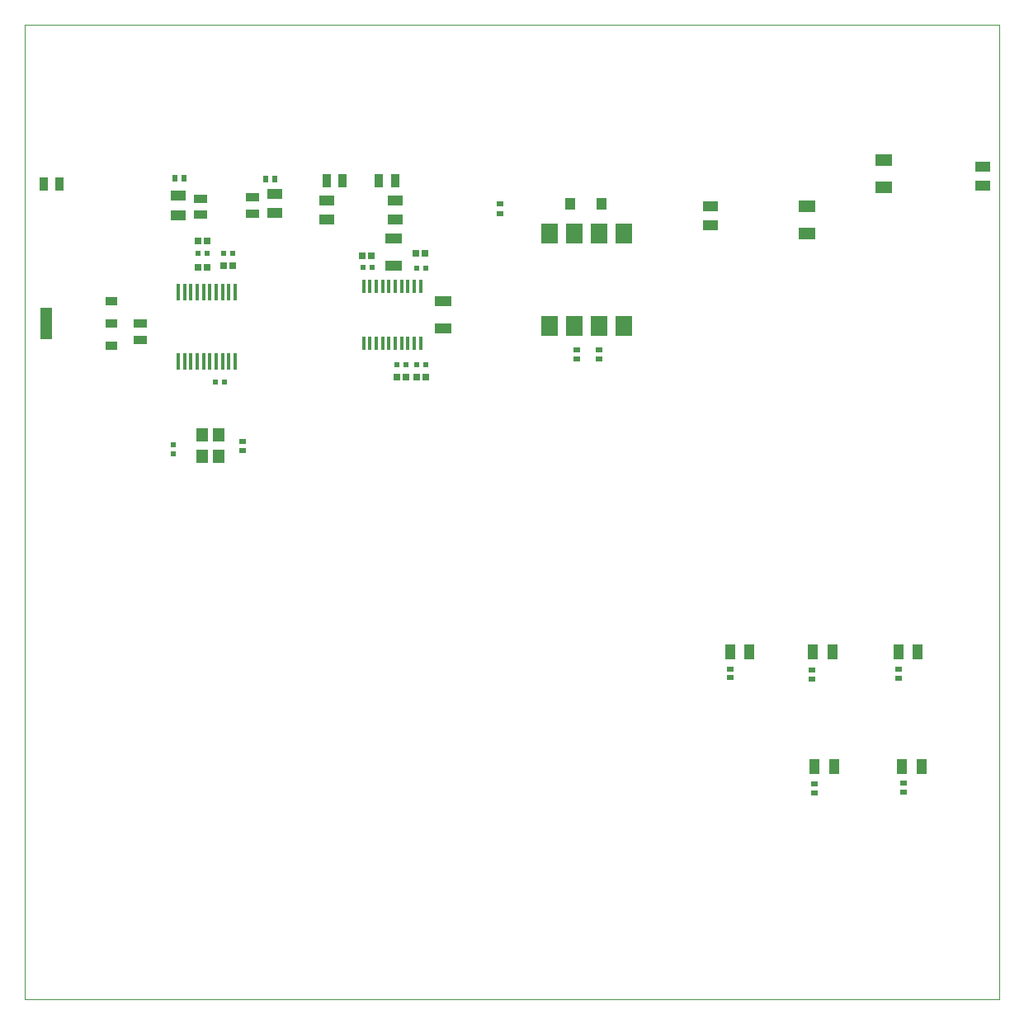
<source format=gbr>
%TF.GenerationSoftware,KiCad,Pcbnew,(5.1.6)-1*%
%TF.CreationDate,2020-12-29T12:28:21+01:00*%
%TF.ProjectId,AudioBoard,41756469-6f42-46f6-9172-642e6b696361,rev?*%
%TF.SameCoordinates,Original*%
%TF.FileFunction,Paste,Top*%
%TF.FilePolarity,Positive*%
%FSLAX46Y46*%
G04 Gerber Fmt 4.6, Leading zero omitted, Abs format (unit mm)*
G04 Created by KiCad (PCBNEW (5.1.6)-1) date 2020-12-29 12:28:21*
%MOMM*%
%LPD*%
G01*
G04 APERTURE LIST*
%TA.AperFunction,Profile*%
%ADD10C,0.050000*%
%TD*%
%ADD11R,1.550000X1.000000*%
%ADD12R,0.800000X0.500000*%
%ADD13R,1.000000X1.550000*%
%ADD14R,1.780000X2.000000*%
%ADD15R,0.450000X1.800000*%
%ADD16R,0.450000X1.475000*%
%ADD17R,1.300000X3.250000*%
%ADD18R,1.300000X0.950000*%
%ADD19R,1.120000X1.220000*%
%ADD20R,0.910000X1.390000*%
%ADD21R,1.820000X1.050000*%
%ADD22R,1.430000X0.940000*%
%ADD23R,0.940000X1.430000*%
%ADD24R,1.750000X1.250000*%
%ADD25R,0.690000X0.720000*%
%ADD26R,0.620000X0.640000*%
%ADD27R,0.600000X0.620000*%
%ADD28R,0.620000X0.600000*%
%ADD29R,0.640000X0.620000*%
%ADD30R,1.200000X1.400000*%
G04 APERTURE END LIST*
D10*
X50000000Y-150000000D02*
X50000000Y-50000000D01*
X50000000Y-50000000D02*
X150000000Y-50000000D01*
X150000000Y-150000000D02*
X50000000Y-150000000D01*
X150000000Y-50000000D02*
X150000000Y-150000000D01*
D11*
%TO.C,R15*%
X81000000Y-68000000D03*
X81000000Y-70000000D03*
%TD*%
%TO.C,R14*%
X88000000Y-68000000D03*
X88000000Y-70000000D03*
%TD*%
%TO.C,R13*%
X75692000Y-69326000D03*
X75692000Y-67326000D03*
%TD*%
%TO.C,R12*%
X65762000Y-69529200D03*
X65762000Y-67529200D03*
%TD*%
D12*
%TO.C,R9*%
X106680000Y-83312000D03*
X106680000Y-84312000D03*
%TD*%
%TO.C,R8*%
X108966000Y-84320000D03*
X108966000Y-83320000D03*
%TD*%
%TO.C,R7*%
X98806000Y-69342000D03*
X98806000Y-68342000D03*
%TD*%
D13*
%TO.C,R5*%
X141637500Y-114300000D03*
X139637500Y-114300000D03*
%TD*%
%TO.C,R4*%
X142048500Y-126107200D03*
X140048500Y-126107200D03*
%TD*%
%TO.C,R3*%
X132904500Y-114300000D03*
X130904500Y-114300000D03*
%TD*%
%TO.C,R2*%
X133080000Y-126107200D03*
X131080000Y-126107200D03*
%TD*%
%TO.C,R1*%
X124365500Y-114300000D03*
X122365500Y-114300000D03*
%TD*%
D14*
%TO.C,U2*%
X111506000Y-80904000D03*
X103886000Y-71374000D03*
X108966000Y-80904000D03*
X106426000Y-71374000D03*
X106426000Y-80904000D03*
X108966000Y-71374000D03*
X103886000Y-80904000D03*
X111506000Y-71374000D03*
%TD*%
D15*
%TO.C,IC3*%
X71615000Y-84525200D03*
X70965000Y-84525200D03*
X70315000Y-84525200D03*
X69665000Y-84525200D03*
X69015000Y-84525200D03*
X68365000Y-84525200D03*
X67715000Y-84525200D03*
X67065000Y-84525200D03*
X66415000Y-84525200D03*
X65765000Y-84525200D03*
X65765000Y-77425200D03*
X66415000Y-77425200D03*
X67065000Y-77425200D03*
X67715000Y-77425200D03*
X68365000Y-77425200D03*
X69015000Y-77425200D03*
X69665000Y-77425200D03*
X70315000Y-77425200D03*
X70965000Y-77425200D03*
X71615000Y-77425200D03*
%TD*%
D16*
%TO.C,IC2*%
X90631200Y-82668600D03*
X89981200Y-82668600D03*
X89331200Y-82668600D03*
X88681200Y-82668600D03*
X88031200Y-82668600D03*
X87381200Y-82668600D03*
X86731200Y-82668600D03*
X86081200Y-82668600D03*
X85431200Y-82668600D03*
X84781200Y-82668600D03*
X84781200Y-76792600D03*
X85431200Y-76792600D03*
X86081200Y-76792600D03*
X86731200Y-76792600D03*
X87381200Y-76792600D03*
X88031200Y-76792600D03*
X88681200Y-76792600D03*
X89331200Y-76792600D03*
X89981200Y-76792600D03*
X90631200Y-76792600D03*
%TD*%
D17*
%TO.C,IC1*%
X52174400Y-80670400D03*
D18*
X58874400Y-78380400D03*
X58874400Y-80670400D03*
X58874400Y-82960400D03*
%TD*%
D19*
%TO.C,D1*%
X109220000Y-68326000D03*
X106020000Y-68326000D03*
%TD*%
D20*
%TO.C,C29*%
X82640000Y-66000000D03*
X81000000Y-66000000D03*
%TD*%
%TO.C,C28*%
X86360000Y-66000000D03*
X88000000Y-66000000D03*
%TD*%
D21*
%TO.C,C23*%
X87884000Y-74676000D03*
X87884000Y-71896000D03*
%TD*%
%TO.C,C19*%
X92964000Y-81146000D03*
X92964000Y-78366000D03*
%TD*%
D22*
%TO.C,C16*%
X73406000Y-69342000D03*
X73406000Y-67702000D03*
%TD*%
%TO.C,C15*%
X68072000Y-67818000D03*
X68072000Y-69458000D03*
%TD*%
%TO.C,C2*%
X61874400Y-82310400D03*
X61874400Y-80670400D03*
%TD*%
D23*
%TO.C,C1*%
X51954000Y-66294000D03*
X53594000Y-66294000D03*
%TD*%
D11*
%TO.C,R10*%
X120396000Y-68580000D03*
X120396000Y-70580000D03*
%TD*%
D24*
%TO.C,R11*%
X130302000Y-71380000D03*
X130302000Y-68580000D03*
%TD*%
D25*
%TO.C,C3*%
X90266000Y-86106000D03*
X91186000Y-86106000D03*
%TD*%
%TO.C,C4*%
X89154000Y-86106000D03*
X88234000Y-86106000D03*
%TD*%
D26*
%TO.C,C5*%
X66326000Y-65780000D03*
X65406000Y-65780000D03*
%TD*%
%TO.C,C6*%
X75644000Y-65786000D03*
X74724000Y-65786000D03*
%TD*%
D27*
%TO.C,C7*%
X91138000Y-84836000D03*
X90218000Y-84836000D03*
%TD*%
%TO.C,C8*%
X89106000Y-84836000D03*
X88186000Y-84836000D03*
%TD*%
%TO.C,C9*%
X90266000Y-74930000D03*
X91186000Y-74930000D03*
%TD*%
%TO.C,C10*%
X70390000Y-73406000D03*
X71310000Y-73406000D03*
%TD*%
D25*
%TO.C,C11*%
X84678000Y-73660000D03*
X85598000Y-73660000D03*
%TD*%
%TO.C,C12*%
X70390000Y-74676000D03*
X71310000Y-74676000D03*
%TD*%
%TO.C,C13*%
X91090000Y-73406000D03*
X90170000Y-73406000D03*
%TD*%
D27*
%TO.C,C14*%
X85652000Y-74882000D03*
X84732000Y-74882000D03*
%TD*%
%TO.C,C17*%
X67818000Y-73406000D03*
X68738000Y-73406000D03*
%TD*%
D25*
%TO.C,C18*%
X68690000Y-74928000D03*
X67770000Y-74928000D03*
%TD*%
%TO.C,C20*%
X67818000Y-72136000D03*
X68738000Y-72136000D03*
%TD*%
D27*
%TO.C,C21*%
X70516000Y-86614000D03*
X69596000Y-86614000D03*
%TD*%
D28*
%TO.C,C22*%
X65278000Y-93980000D03*
X65278000Y-93060000D03*
%TD*%
D29*
%TO.C,C24*%
X122428000Y-116078000D03*
X122428000Y-116998000D03*
%TD*%
%TO.C,C25*%
X131064000Y-127858000D03*
X131064000Y-128778000D03*
%TD*%
%TO.C,C26*%
X130810000Y-116174000D03*
X130810000Y-117094000D03*
%TD*%
%TO.C,C27*%
X140208000Y-128730000D03*
X140208000Y-127810000D03*
%TD*%
%TO.C,C30*%
X139700000Y-117046000D03*
X139700000Y-116126000D03*
%TD*%
D11*
%TO.C,R6*%
X148336000Y-66532000D03*
X148336000Y-64532000D03*
%TD*%
D24*
%TO.C,R16*%
X138176000Y-66678000D03*
X138176000Y-63878000D03*
%TD*%
D12*
%TO.C,R17*%
X72390000Y-93710000D03*
X72390000Y-92710000D03*
%TD*%
D30*
%TO.C,U3*%
X69876000Y-94234000D03*
X69876000Y-92034000D03*
X68176000Y-92034000D03*
X68176000Y-94234000D03*
%TD*%
M02*

</source>
